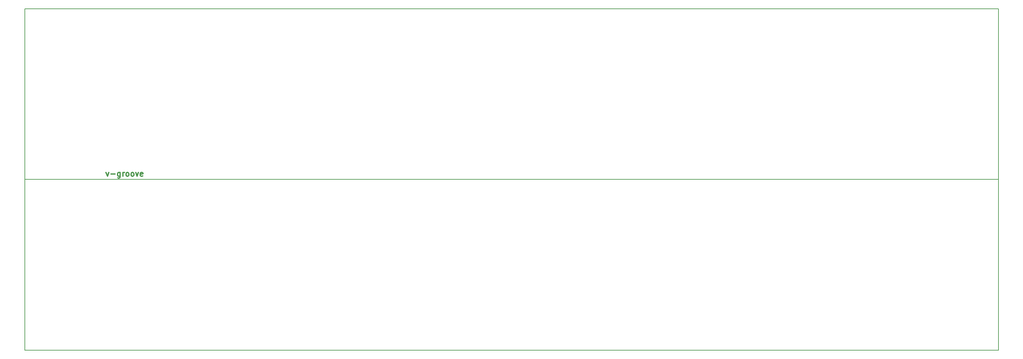
<source format=gm1>
G04 #@! TF.GenerationSoftware,KiCad,Pcbnew,(5.0.2)-1*
G04 #@! TF.CreationDate,2020-07-16T18:14:53-07:00*
G04 #@! TF.ProjectId,Peterson_SerialIO,50657465-7273-46f6-9e5f-53657269616c,rev?*
G04 #@! TF.SameCoordinates,Original*
G04 #@! TF.FileFunction,Other,User*
%FSLAX46Y46*%
G04 Gerber Fmt 4.6, Leading zero omitted, Abs format (unit mm)*
G04 Created by KiCad (PCBNEW (5.0.2)-1) date 7/16/2020 6:14:53 PM*
%MOMM*%
%LPD*%
G01*
G04 APERTURE LIST*
%ADD10C,0.300000*%
%ADD11C,0.200000*%
G04 APERTURE END LIST*
D10*
X39712880Y-74137451D02*
X40070022Y-75137451D01*
X40427165Y-74137451D01*
X40998594Y-74566022D02*
X42141451Y-74566022D01*
X43498594Y-74137451D02*
X43498594Y-75351737D01*
X43427165Y-75494594D01*
X43355737Y-75566022D01*
X43212880Y-75637451D01*
X42998594Y-75637451D01*
X42855737Y-75566022D01*
X43498594Y-75066022D02*
X43355737Y-75137451D01*
X43070022Y-75137451D01*
X42927165Y-75066022D01*
X42855737Y-74994594D01*
X42784308Y-74851737D01*
X42784308Y-74423165D01*
X42855737Y-74280308D01*
X42927165Y-74208880D01*
X43070022Y-74137451D01*
X43355737Y-74137451D01*
X43498594Y-74208880D01*
X44212880Y-75137451D02*
X44212880Y-74137451D01*
X44212880Y-74423165D02*
X44284308Y-74280308D01*
X44355737Y-74208880D01*
X44498594Y-74137451D01*
X44641451Y-74137451D01*
X45355737Y-75137451D02*
X45212880Y-75066022D01*
X45141451Y-74994594D01*
X45070022Y-74851737D01*
X45070022Y-74423165D01*
X45141451Y-74280308D01*
X45212880Y-74208880D01*
X45355737Y-74137451D01*
X45570022Y-74137451D01*
X45712880Y-74208880D01*
X45784308Y-74280308D01*
X45855737Y-74423165D01*
X45855737Y-74851737D01*
X45784308Y-74994594D01*
X45712880Y-75066022D01*
X45570022Y-75137451D01*
X45355737Y-75137451D01*
X46712880Y-75137451D02*
X46570022Y-75066022D01*
X46498594Y-74994594D01*
X46427165Y-74851737D01*
X46427165Y-74423165D01*
X46498594Y-74280308D01*
X46570022Y-74208880D01*
X46712880Y-74137451D01*
X46927165Y-74137451D01*
X47070022Y-74208880D01*
X47141451Y-74280308D01*
X47212880Y-74423165D01*
X47212880Y-74851737D01*
X47141451Y-74994594D01*
X47070022Y-75066022D01*
X46927165Y-75137451D01*
X46712880Y-75137451D01*
X47712880Y-74137451D02*
X48070022Y-75137451D01*
X48427165Y-74137451D01*
X49570022Y-75066022D02*
X49427165Y-75137451D01*
X49141451Y-75137451D01*
X48998594Y-75066022D01*
X48927165Y-74923165D01*
X48927165Y-74351737D01*
X48998594Y-74208880D01*
X49141451Y-74137451D01*
X49427165Y-74137451D01*
X49570022Y-74208880D01*
X49641451Y-74351737D01*
X49641451Y-74494594D01*
X48927165Y-74637451D01*
D11*
X17800000Y-122000000D02*
X280000000Y-122000000D01*
X17800000Y-76000000D02*
X280000000Y-76000000D01*
X17800000Y-122000000D02*
X17800000Y-76000000D01*
X280000000Y-122000000D02*
X280000000Y-76000000D01*
X280000000Y-76000000D02*
X280000000Y-30000000D01*
X17800000Y-76000000D02*
X280000000Y-76000000D01*
X17800000Y-76000000D02*
X17800000Y-30000000D01*
X17800000Y-30000000D02*
X280000000Y-30000000D01*
M02*

</source>
